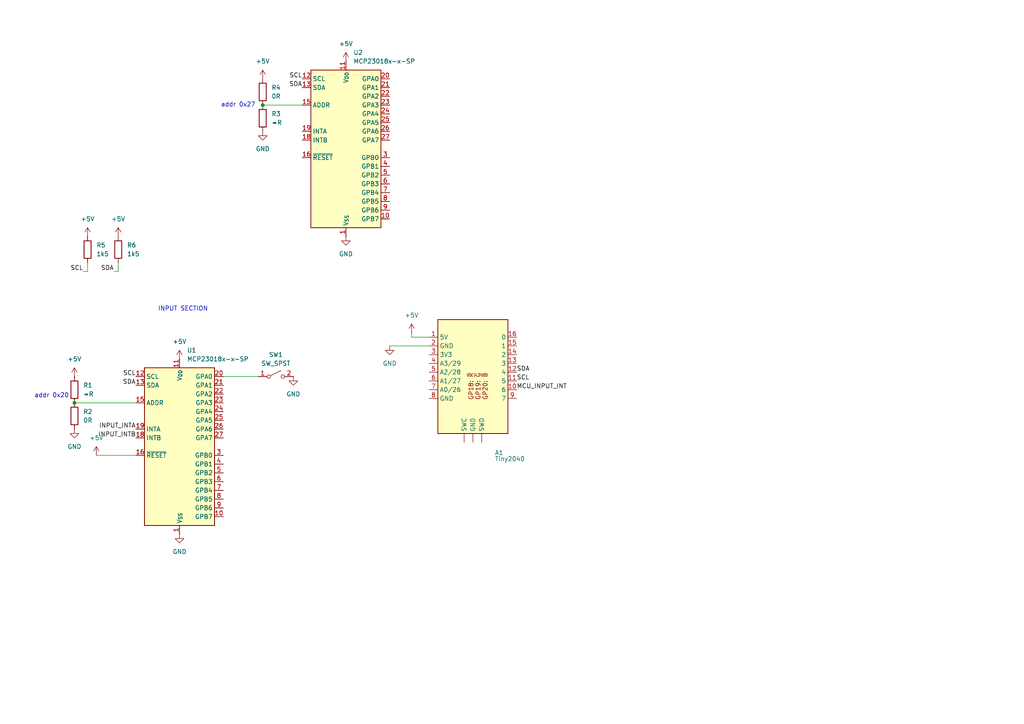
<source format=kicad_sch>
(kicad_sch (version 20250114) (generator "eeschema") (generator_version "9.0")
  (paper "A4")
  (lib_symbols
    (symbol "Device:R" (pin_numbers (hide yes)) (pin_names (offset 0))
      (property "Reference" "R" (at 2.032 0 90))
      (property "Value" "R" (at 0 0 90))
      (symbol "R_0_1"
        (rectangle (start -1.016 -2.54) (end 1.016 2.54) (stroke (width 0.254)))
      )
      (symbol "R_1_1"
        (pin passive line (at 0 3.81 270) (length 1.27) (name "~") (number "1"))
        (pin passive line (at 0 -3.81 90) (length 1.27) (name "~") (number "2"))
      )
    )
    (symbol "Interface_Expansion:MCP23018x-x-SP"
      (property "Reference" "U" (at -9.398 24.638 0))
      (property "Value" "MCP23018x-x-SP" (at 11.176 24.638 0))
      (symbol "MCP23018x-x-SP_0_1"
        (rectangle (start -10.16 22.86) (end 10.16 -22.86) (stroke (width 0.254)) (fill (type background)))
      )
      (symbol "MCP23018x-x-SP_1_1"
        (pin input line (at -12.7 20.32 0) (length 2.54) (name "SCL") (number "12"))
        (pin bidirectional line (at -12.7 17.78 0) (length 2.54) (name "SDA") (number "13"))
        (pin input line (at -12.7 12.7 0) (length 2.54) (name "ADDR") (number "15"))
        (pin output line (at -12.7 5.08 0) (length 2.54) (name "INTA") (number "19"))
        (pin output line (at -12.7 2.54 0) (length 2.54) (name "INTB") (number "18"))
        (pin input line (at -12.7 -2.54 0) (length 2.54) (name "~{RESET}") (number "16"))
        (pin no_connect line (at -10.16 -12.7 0) (length 2.54) (hide yes) (name "NC") (number "2"))
        (pin no_connect line (at -10.16 -15.24 0) (length 2.54) (hide yes) (name "NC") (number "14"))
        (pin no_connect line (at -10.16 -17.78 0) (length 2.54) (hide yes) (name "NC") (number "17"))
        (pin no_connect line (at -10.16 -20.32 0) (length 2.54) (hide yes) (name "NC") (number "28"))
        (pin power_in line (at 0 25.4 270) (length 2.54) (name "V_{DD}") (number "11"))
        (pin power_in line (at 0 -25.4 90) (length 2.54) (name "V_{SS}") (number "1"))
        (pin bidirectional line (at 12.7 20.32 180) (length 2.54) (name "GPA0") (number "20"))
        (pin bidirectional line (at 12.7 17.78 180) (length 2.54) (name "GPA1") (number "21"))
        (pin bidirectional line (at 12.7 15.24 180) (length 2.54) (name "GPA2") (number "22"))
        (pin bidirectional line (at 12.7 12.7 180) (length 2.54) (name "GPA3") (number "23"))
        (pin bidirectional line (at 12.7 10.16 180) (length 2.54) (name "GPA4") (number "24"))
        (pin bidirectional line (at 12.7 7.62 180) (length 2.54) (name "GPA5") (number "25"))
        (pin bidirectional line (at 12.7 5.08 180) (length 2.54) (name "GPA6") (number "26"))
        (pin bidirectional line (at 12.7 2.54 180) (length 2.54) (name "GPA7") (number "27"))
        (pin bidirectional line (at 12.7 -2.54 180) (length 2.54) (name "GPB0") (number "3"))
        (pin bidirectional line (at 12.7 -5.08 180) (length 2.54) (name "GPB1") (number "4"))
        (pin bidirectional line (at 12.7 -7.62 180) (length 2.54) (name "GPB2") (number "5"))
        (pin bidirectional line (at 12.7 -10.16 180) (length 2.54) (name "GPB3") (number "6"))
        (pin bidirectional line (at 12.7 -12.7 180) (length 2.54) (name "GPB4") (number "7"))
        (pin bidirectional line (at 12.7 -15.24 180) (length 2.54) (name "GPB5") (number "8"))
        (pin bidirectional line (at 12.7 -17.78 180) (length 2.54) (name "GPB6") (number "9"))
        (pin bidirectional line (at 12.7 -20.32 180) (length 2.54) (name "GPB7") (number "10"))
      )
    )
    (symbol "MCU_Module:Arduino_Nano_v2.x"
      (property "Reference" "A1" (at 6.35 -15.748 0))
      (property "Value" "Tiny2040" (at 6.35 -17.526 0))
      (symbol "Arduino_Nano_v2.x_0_1"
        (rectangle (start -10.16 22.86) (end 10.16 -10.16) (stroke (width 0.254)) (fill (type background)))
      )
      (symbol "Arduino_Nano_v2.x_1_1"
        (text "GP18: ~{R}\nGP19: ~{G}\nGP20: ~{B}" (at 1.524 3.556 900) (effects (font (size 1.27 1.27))))
        (pin power_in line (at -12.7 17.78 0) (length 2.54) (name "5V") (number "1"))
        (pin power_in line (at -12.7 15.24 0) (length 2.54) (name "GND") (number "2"))
        (pin power_in line (at -12.7 12.7 0) (length 2.54) (name "3V3") (number "3"))
        (pin bidirectional line (at -12.7 10.16 0) (length 2.54) (name "A3/29") (number "4"))
        (pin bidirectional line (at -12.7 7.62 0) (length 2.54) (name "A2/28") (number "5"))
        (pin bidirectional line (at -12.7 5.08 0) (length 2.54) (name "A1/27") (number "6"))
        (pin bidirectional line (at -12.7 2.54 0) (length 2.54) (name "A0/26") (number "7"))
        (pin power_in line (at -12.7 0 0) (length 2.54) (name "GND") (number "8"))
        (pin input line (at -2.54 -12.7 90) (length 2.54) (name "SWC") (number ""))
        (pin power_in line (at 0 -12.7 90) (length 2.54) (name "GND") (number ""))
        (pin bidirectional line (at 2.54 -12.7 90) (length 2.54) (name "SWD") (number ""))
        (pin bidirectional line (at 12.7 17.78 180) (length 2.54) (name "0") (number "16"))
        (pin bidirectional line (at 12.7 15.24 180) (length 2.54) (name "1") (number "15"))
        (pin bidirectional line (at 12.7 12.7 180) (length 2.54) (name "2") (number "14"))
        (pin power_in line (at 12.7 10.16 180) (length 2.54) (name "3") (number "13"))
        (pin bidirectional line (at 12.7 7.62 180) (length 2.54) (name "4") (number "12"))
        (pin bidirectional line (at 12.7 5.08 180) (length 2.54) (name "5") (number "11"))
        (pin bidirectional line (at 12.7 2.54 180) (length 2.54) (name "6") (number "10"))
        (pin bidirectional line (at 12.7 0 180) (length 2.54) (name "7") (number "9"))
      )
    )
    (symbol "Switch:SW_SPST" (pin_names (offset 0) (hide yes))
      (property "Reference" "SW" (at 0 3.175 0))
      (property "Value" "SW_SPST" (at 0 -2.54 0))
      (symbol "SW_SPST_0_0"
        (circle (center -2.032 0) (radius 0.508))
        (polyline (pts (xy -1.524 0.254) (xy 1.524 1.778)))
        (circle (center 2.032 0) (radius 0.508))
      )
      (symbol "SW_SPST_1_1"
        (pin passive line (at -5.08 0 0) (length 2.54) (name "A") (number "1"))
        (pin passive line (at 5.08 0 180) (length 2.54) (name "B") (number "2"))
      )
    )
    (symbol "power:+5V" (power) (pin_numbers (hide yes)) (pin_names (offset 0) (hide yes))
      (property "Value" "+5V" (at 0 3.556 0))
      (symbol "+5V_0_1"
        (polyline (pts (xy -0.762 1.27) (xy 0 2.54)))
        (polyline (pts (xy 0 2.54) (xy 0.762 1.27)))
        (polyline (pts (xy 0 0) (xy 0 2.54)))
      )
      (symbol "+5V_1_1"
        (pin power_in line (at 0 0 90) (length 0) (name "~") (number "1"))
      )
    )
    (symbol "power:GND" (power) (pin_numbers (hide yes)) (pin_names (offset 0) (hide yes))
      (property "Value" "GND" (at 0 -3.81 0))
      (symbol "GND_0_1"
        (polyline (pts (xy 0 0) (xy 0 -1.27) (xy 1.27 -1.27) (xy 0 -2.54) (xy -1.27 -1.27) (xy 0 -1.27)))
      )
      (symbol "GND_1_1"
        (pin power_in line (at 0 0 270) (length 0) (name "~") (number "1"))
      )
    )
  )
  (text "INPUT SECTION" (at 53.086 89.662 0) (effects (font (size 1.27 1.27))))
  (text "addr 0x27" (at 69.088 30.48 0) (effects (font (size 1.27 1.27))))
  (text "addr 0x20" (at 14.986 114.808 0) (effects (font (size 1.27 1.27))))
  (junction (at 76.2 30.48))
  (junction (at 21.59 116.84))
  (wire (pts (xy 39.37 132.08) (xy 27.94 132.08)))
  (wire (pts (xy 34.29 78.74) (xy 34.29 76.2)))
  (wire (pts (xy 113.03 100.33) (xy 124.46 100.33)))
  (wire (pts (xy 124.46 97.79) (xy 119.38 97.79)))
  (wire (pts (xy 21.59 116.84) (xy 39.37 116.84)))
  (wire (pts (xy 33.02 78.74) (xy 34.29 78.74)))
  (wire (pts (xy 119.38 97.79) (xy 119.38 96.52)))
  (wire (pts (xy 64.77 109.22) (xy 74.93 109.22)))
  (wire (pts (xy 24.13 78.74) (xy 25.4 78.74)))
  (wire (pts (xy 25.4 78.74) (xy 25.4 76.2)))
  (wire (pts (xy 76.2 30.48) (xy 87.63 30.48)))
  (label "INPUT_INTA" (at 39.37 124.46 180))
  (label "SDA" (at 33.02 78.74 180))
  (label "SCL" (at 149.86 110.49 0))
  (label "INPUT_INTB" (at 39.37 127 180))
  (label "SDA" (at 149.86 107.95 0))
  (label "SDA" (at 87.63 25.4 180))
  (label "SCL" (at 87.63 22.86 180))
  (label "SCL" (at 24.13 78.74 180))
  (label "SCL" (at 39.37 109.22 180))
  (label "SDA" (at 39.37 111.76 180))
  (label "MCU_INPUT_INT" (at 149.86 113.03 0))
  (symbol (lib_id "Device:R") (at 34.29 72.39 0) (unit 1)
    (property "Reference" "R6" (at 36.83 71.1199 0) (effects (justify left)))
    (property "Value" "1k5" (at 36.83 73.6599 0) (effects (justify left)))
    (property "Description" "Resistor" (effects (hide yes)))
  )
  (symbol (lib_id "Interface_Expansion:MCP23018x-x-SP") (at 100.33 43.18 0) (unit 1)
    (property "Reference" "U2" (at 102.4733 15.24 0) (effects (justify left)))
    (property "Value" "MCP23018x-x-SP" (at 102.4733 17.78 0) (effects (justify left)))
    (property "Footprint" "Package_DIP:DIP-28_W7.62mm" (effects (hide yes)))
    (property "Datasheet" "https://ww1.microchip.com/downloads/aemDocuments/documents/APID/ProductDocuments/DataSheets/MCP23018-Data-Sheet-DS20002103.pdf" (effects (hide yes)))
    (property "Description" "16-bit I/O expander, I2C interface, open-drain outpus (with configurable pull-up resistors), 2 interrupt outputs, DIP-28" (effects (hide yes)))
  )
  (symbol (lib_id "power:+5V") (at 52.07 104.14 0) (unit 1)
    (property "Reference" "#PWR02" (effects (hide yes)))
    (property "Value" "+5V" (at 52.07 99.06 0))
    (property "Description" "Power symbol creates a global label with name \"+5V\"" (effects (hide yes)))
  )
  (symbol (lib_id "power:GND") (at 113.03 100.33 0) (unit 1)
    (property "Reference" "#PWR010" (effects (hide yes)))
    (property "Value" "GND" (at 113.03 105.41 0))
    (property "Description" "Power symbol creates a global label with name \"GND\" , ground" (effects (hide yes)))
  )
  (symbol (lib_id "power:+5V") (at 119.38 96.52 0) (unit 1)
    (property "Reference" "#PWR03" (effects (hide yes)))
    (property "Value" "+5V" (at 119.38 91.44 0))
    (property "Description" "Power symbol creates a global label with name \"+5V\"" (effects (hide yes)))
  )
  (symbol (lib_id "Device:R") (at 76.2 34.29 0) (unit 1)
    (property "Reference" "R3" (at 78.74 33.0199 0) (effects (justify left)))
    (property "Value" "∞R" (at 78.74 35.5599 0) (effects (justify left)))
    (property "Description" "Resistor" (effects (hide yes)))
  )
  (symbol (lib_id "Device:R") (at 21.59 120.65 0) (unit 1)
    (property "Reference" "R2" (at 24.13 119.3799 0) (effects (justify left)))
    (property "Value" "0R" (at 24.13 121.9199 0) (effects (justify left)))
    (property "Description" "Resistor" (effects (hide yes)))
  )
  (symbol (lib_id "power:+5V") (at 21.59 109.22 0) (unit 1)
    (property "Reference" "#PWR011" (effects (hide yes)))
    (property "Value" "+5V" (at 21.59 104.14 0))
    (property "Description" "Power symbol creates a global label with name \"+5V\"" (effects (hide yes)))
  )
  (symbol (lib_id "power:+5V") (at 100.33 17.78 0) (unit 1)
    (property "Reference" "#PWR04" (effects (hide yes)))
    (property "Value" "+5V" (at 100.33 12.7 0))
    (property "Description" "Power symbol creates a global label with name \"+5V\"" (effects (hide yes)))
  )
  (symbol (lib_id "power:GND") (at 52.07 154.94 0) (unit 1)
    (property "Reference" "#PWR01" (effects (hide yes)))
    (property "Value" "GND" (at 52.07 160.02 0))
    (property "Description" "Power symbol creates a global label with name \"GND\" , ground" (effects (hide yes)))
  )
  (symbol (lib_id "power:+5V") (at 76.2 22.86 0) (unit 1)
    (property "Reference" "#PWR012" (effects (hide yes)))
    (property "Value" "+5V" (at 76.2 17.78 0))
    (property "Description" "Power symbol creates a global label with name \"+5V\"" (effects (hide yes)))
  )
  (symbol (lib_id "power:+5V") (at 34.29 68.58 0) (unit 1)
    (property "Reference" "#PWR014" (effects (hide yes)))
    (property "Value" "+5V" (at 34.29 63.5 0))
    (property "Description" "Power symbol creates a global label with name \"+5V\"" (effects (hide yes)))
  )
  (symbol (lib_id "Device:R") (at 25.4 72.39 0) (unit 1)
    (property "Reference" "R5" (at 27.94 71.1199 0) (effects (justify left)))
    (property "Value" "1k5" (at 27.94 73.6599 0) (effects (justify left)))
    (property "Description" "Resistor" (effects (hide yes)))
  )
  (symbol (lib_id "power:+5V") (at 27.94 132.08 0) (unit 1)
    (property "Reference" "#PWR09" (effects (hide yes)))
    (property "Value" "+5V" (at 27.94 127 0))
    (property "Description" "Power symbol creates a global label with name \"+5V\"" (effects (hide yes)))
  )
  (symbol (lib_id "power:GND") (at 85.09 109.22 0) (unit 1)
    (property "Reference" "#PWR08" (effects (hide yes)))
    (property "Value" "GND" (at 85.09 114.3 0))
    (property "Description" "Power symbol creates a global label with name \"GND\" , ground" (effects (hide yes)))
  )
  (symbol (lib_id "power:GND") (at 21.59 124.46 0) (unit 1)
    (property "Reference" "#PWR06" (effects (hide yes)))
    (property "Value" "GND" (at 21.59 129.54 0))
    (property "Description" "Power symbol creates a global label with name \"GND\" , ground" (effects (hide yes)))
  )
  (symbol (lib_id "Device:R") (at 21.59 113.03 0) (unit 1)
    (property "Reference" "R1" (at 24.13 111.7599 0) (effects (justify left)))
    (property "Value" "∞R" (at 24.13 114.2999 0) (effects (justify left)))
    (property "Description" "Resistor" (effects (hide yes)))
  )
  (symbol (lib_id "Interface_Expansion:MCP23018x-x-SP") (at 52.07 129.54 0) (unit 1)
    (property "Reference" "U1" (at 54.2133 101.6 0) (effects (justify left)))
    (property "Value" "MCP23018x-x-SP" (at 54.2133 104.14 0) (effects (justify left)))
    (property "Footprint" "Package_DIP:DIP-28_W7.62mm" (effects (hide yes)))
    (property "Datasheet" "https://ww1.microchip.com/downloads/aemDocuments/documents/APID/ProductDocuments/DataSheets/MCP23018-Data-Sheet-DS20002103.pdf" (effects (hide yes)))
    (property "Description" "16-bit I/O expander, I2C interface, open-drain outpus (with configurable pull-up resistors), 2 interrupt outputs, DIP-28" (effects (hide yes)))
  )
  (symbol (lib_id "Device:R") (at 76.2 26.67 0) (unit 1)
    (property "Reference" "R4" (at 78.74 25.3999 0) (effects (justify left)))
    (property "Value" "0R" (at 78.74 27.9399 0) (effects (justify left)))
    (property "Description" "Resistor" (effects (hide yes)))
  )
  (symbol (lib_id "power:+5V") (at 25.4 68.58 0) (unit 1)
    (property "Reference" "#PWR07" (effects (hide yes)))
    (property "Value" "+5V" (at 25.4 63.5 0))
    (property "Description" "Power symbol creates a global label with name \"+5V\"" (effects (hide yes)))
  )
  (symbol (lib_id "Switch:SW_SPST") (at 80.01 109.22 0) (unit 1)
    (property "Reference" "SW1" (at 80.01 102.87 0))
    (property "Value" "SW_SPST" (at 80.01 105.41 0))
    (property "Description" "Single Pole Single Throw (SPST) switch" (effects (hide yes)))
  )
  (symbol (lib_id "MCU_Module:Arduino_Nano_v2.x") (at 137.16 115.57 0) (unit 1)
    (property "Reference" "A1" (at 143.51 131.318 0) (effects (justify left)))
    (property "Value" "Tiny2040" (at 143.51 133.096 0) (effects (justify left)))
    (property "Datasheet" "https://shop.pimoroni.com/products/tiny-2040?variant=39560012267603" (effects (hide yes)))
    (property "Description" "Pimoroni Tiny 2040" (effects (hide yes)))
  )
  (symbol (lib_id "power:GND") (at 100.33 68.58 0) (unit 1)
    (property "Reference" "#PWR05" (effects (hide yes)))
    (property "Value" "GND" (at 100.33 73.66 0))
    (property "Description" "Power symbol creates a global label with name \"GND\" , ground" (effects (hide yes)))
  )
  (symbol (lib_id "power:GND") (at 76.2 38.1 0) (unit 1)
    (property "Reference" "#PWR013" (effects (hide yes)))
    (property "Value" "GND" (at 76.2 43.18 0))
    (property "Description" "Power symbol creates a global label with name \"GND\" , ground" (effects (hide yes)))
  )
)
</source>
